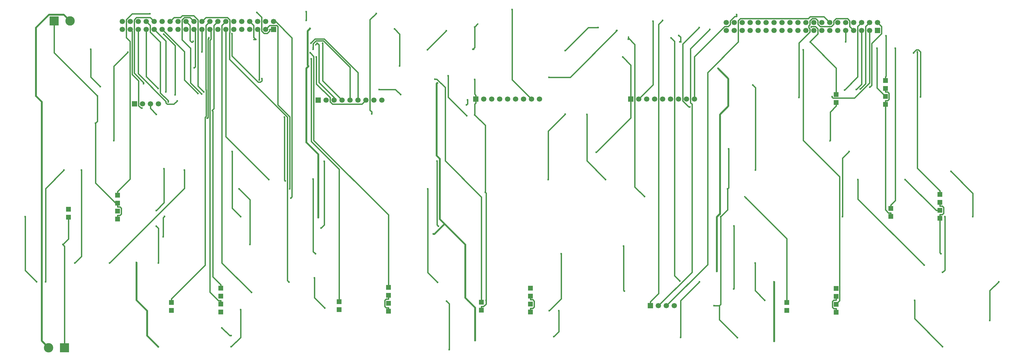
<source format=gbr>
%TF.GenerationSoftware,KiCad,Pcbnew,9.0.2*%
%TF.CreationDate,2025-07-08T20:46:09+02:00*%
%TF.ProjectId,aircond,61697263-6f6e-4642-9e6b-696361645f70,rev?*%
%TF.SameCoordinates,Original*%
%TF.FileFunction,Copper,L2,Bot*%
%TF.FilePolarity,Positive*%
%FSLAX46Y46*%
G04 Gerber Fmt 4.6, Leading zero omitted, Abs format (unit mm)*
G04 Created by KiCad (PCBNEW 9.0.2) date 2025-07-08 20:46:09*
%MOMM*%
%LPD*%
G01*
G04 APERTURE LIST*
%TA.AperFunction,ComponentPad*%
%ADD10R,3.000000X3.000000*%
%TD*%
%TA.AperFunction,ComponentPad*%
%ADD11C,3.000000*%
%TD*%
%TA.AperFunction,ComponentPad*%
%ADD12R,1.500000X1.500000*%
%TD*%
%TA.AperFunction,ComponentPad*%
%ADD13R,1.700000X1.700000*%
%TD*%
%TA.AperFunction,ComponentPad*%
%ADD14C,1.700000*%
%TD*%
%TA.AperFunction,ViaPad*%
%ADD15C,0.600000*%
%TD*%
%TA.AperFunction,Conductor*%
%ADD16C,0.400000*%
%TD*%
%TA.AperFunction,Conductor*%
%ADD17C,0.600000*%
%TD*%
G04 APERTURE END LIST*
D10*
%TO.P,J9,1,Pin_1*%
%TO.N,GND*%
X71830000Y-191500000D03*
D11*
%TO.P,J9,2,Pin_2*%
%TO.N,+12V*%
X66750000Y-191500000D03*
%TD*%
%TO.P,J8,2,Pin_2*%
%TO.N,+12V*%
X73590000Y-87000000D03*
D10*
%TO.P,J8,1,Pin_1*%
%TO.N,GND*%
X68510000Y-87000000D03*
%TD*%
D12*
%TO.P,KR3,1,+5V_TOP_LED*%
%TO.N,Net-(J1-Pin_4)*%
X351150000Y-142500000D03*
%TO.P,KR3,2,GND_TOP_LED*%
%TO.N,GND*%
X351150000Y-145040000D03*
%TO.P,KR3,3,+5V_BOTTOM_LED*%
%TO.N,Net-(J1-Pin_5)*%
X351150000Y-147580000D03*
%TO.P,KR3,4,GND_BOTTOM_LED*%
%TO.N,GND*%
X351150000Y-150120000D03*
%TO.P,KR3,5,SW_IN*%
%TO.N,Net-(J1-Pin_6)*%
X335450000Y-147000000D03*
%TO.P,KR3,6,SW_OUT*%
%TO.N,GND*%
X335450000Y-149540000D03*
%TD*%
%TO.P,KR5,1,+5V_TOP_LED*%
%TO.N,Net-(J1-Pin_7)*%
X318000000Y-172550000D03*
%TO.P,KR5,2,GND_TOP_LED*%
%TO.N,GND*%
X318000000Y-175090000D03*
%TO.P,KR5,3,+5V_BOTTOM_LED*%
%TO.N,Net-(J1-Pin_8)*%
X318000000Y-177630000D03*
%TO.P,KR5,4,GND_BOTTOM_LED*%
%TO.N,GND*%
X318000000Y-180170000D03*
%TO.P,KR5,5,SW_IN*%
%TO.N,Net-(J1-Pin_9)*%
X302300000Y-177050000D03*
%TO.P,KR5,6,SW_OUT*%
%TO.N,GND*%
X302300000Y-179590000D03*
%TD*%
D13*
%TO.P,J5,1,Pin_1*%
%TO.N,Net-(J5-Pin_1)*%
X94150000Y-113550000D03*
D14*
%TO.P,J5,2,Pin_2*%
%TO.N,Net-(J5-Pin_2)*%
X96690000Y-113550000D03*
%TO.P,J5,3,Pin_3*%
%TO.N,Net-(J5-Pin_3)*%
X99230000Y-113550000D03*
%TO.P,J5,4,Pin_4*%
%TO.N,GND*%
X101770000Y-113550000D03*
%TD*%
D12*
%TO.P,KR6,1,+5V_TOP_LED*%
%TO.N,Net-(J1-Pin_10)*%
X333750000Y-106050000D03*
%TO.P,KR6,2,GND_TOP_LED*%
%TO.N,GND*%
X333750000Y-108590000D03*
%TO.P,KR6,3,+5V_BOTTOM_LED*%
%TO.N,Net-(J1-Pin_11)*%
X333750000Y-111130000D03*
%TO.P,KR6,4,GND_BOTTOM_LED*%
%TO.N,GND*%
X333750000Y-113670000D03*
%TO.P,KR6,5,SW_IN*%
%TO.N,Net-(J1-Pin_12)*%
X318050000Y-110550000D03*
%TO.P,KR6,6,SW_OUT*%
%TO.N,GND*%
X318050000Y-113090000D03*
%TD*%
D13*
%TO.P,J3,1,Pin_1*%
%TO.N,GND*%
X203060000Y-112050000D03*
D14*
%TO.P,J3,2,Pin_2*%
%TO.N,Net-(J1-Pin_30)*%
X205600000Y-112050000D03*
%TO.P,J3,3,Pin_3*%
%TO.N,Net-(J1-Pin_31)*%
X208140000Y-112050000D03*
%TO.P,J3,4,Pin_4*%
%TO.N,Net-(J1-Pin_32)*%
X210680000Y-112050000D03*
%TO.P,J3,5,Pin_5*%
%TO.N,Net-(J1-Pin_33)*%
X213220000Y-112050000D03*
%TO.P,J3,6,Pin_6*%
%TO.N,Net-(J1-Pin_34)*%
X215760000Y-112050000D03*
%TO.P,J3,7,Pin_7*%
%TO.N,Net-(J1-Pin_35)*%
X218300000Y-112050000D03*
%TO.P,J3,8,Pin_8*%
%TO.N,Net-(J1-Pin_36)*%
X220840000Y-112050000D03*
%TO.P,J3,9,Pin_9*%
%TO.N,Net-(J1-Pin_37)*%
X223380000Y-112050000D03*
%TD*%
D12*
%TO.P,KR7,1,+5V_TOP_LED*%
%TO.N,Net-(J1-Pin_13)*%
X220500000Y-172450000D03*
%TO.P,KR7,2,GND_TOP_LED*%
%TO.N,GND*%
X220500000Y-174990000D03*
%TO.P,KR7,3,+5V_BOTTOM_LED*%
%TO.N,Net-(J1-Pin_14)*%
X220500000Y-177530000D03*
%TO.P,KR7,4,GND_BOTTOM_LED*%
%TO.N,GND*%
X220500000Y-180070000D03*
%TO.P,KR7,5,SW_IN*%
%TO.N,Net-(J1-Pin_15)*%
X204800000Y-176950000D03*
%TO.P,KR7,6,SW_OUT*%
%TO.N,GND*%
X204800000Y-179490000D03*
%TD*%
D13*
%TO.P,J6,1,Pin_1*%
%TO.N,Net-(J6-Pin_1)*%
X258790000Y-178050000D03*
D14*
%TO.P,J6,2,Pin_2*%
%TO.N,Net-(J6-Pin_2)*%
X261330000Y-178050000D03*
%TO.P,J6,3,Pin_3*%
%TO.N,Net-(J6-Pin_3)*%
X263870000Y-178050000D03*
%TO.P,J6,4,Pin_4*%
%TO.N,GND*%
X266410000Y-178050000D03*
%TD*%
D12*
%TO.P,KR4,1,+5V_TOP_LED*%
%TO.N,Net-(J1-Pin_19)*%
X175150000Y-172250000D03*
%TO.P,KR4,2,GND_TOP_LED*%
%TO.N,GND*%
X175150000Y-174790000D03*
%TO.P,KR4,3,+5V_BOTTOM_LED*%
%TO.N,Net-(J1-Pin_20)*%
X175150000Y-177330000D03*
%TO.P,KR4,4,GND_BOTTOM_LED*%
%TO.N,GND*%
X175150000Y-179870000D03*
%TO.P,KR4,5,SW_IN*%
%TO.N,Net-(J1-Pin_21)*%
X159450000Y-176750000D03*
%TO.P,KR4,6,SW_OUT*%
%TO.N,GND*%
X159450000Y-179290000D03*
%TD*%
D13*
%TO.P,J4,1,Pin_1*%
%TO.N,GND*%
X252520000Y-112050000D03*
D14*
%TO.P,J4,2,Pin_2*%
%TO.N,Net-(J4-Pin_2)*%
X255060000Y-112050000D03*
%TO.P,J4,3,Pin_3*%
%TO.N,Net-(J4-Pin_3)*%
X257600000Y-112050000D03*
%TO.P,J4,4,Pin_4*%
%TO.N,Net-(J4-Pin_4)*%
X260140000Y-112050000D03*
%TO.P,J4,5,Pin_5*%
%TO.N,Net-(J4-Pin_5)*%
X262680000Y-112050000D03*
%TO.P,J4,6,Pin_6*%
%TO.N,Net-(J4-Pin_6)*%
X265220000Y-112050000D03*
%TO.P,J4,7,Pin_7*%
%TO.N,Net-(J4-Pin_7)*%
X267760000Y-112050000D03*
%TO.P,J4,8,Pin_8*%
%TO.N,Net-(J4-Pin_8)*%
X270300000Y-112050000D03*
%TO.P,J4,9,Pin_9*%
%TO.N,Net-(J4-Pin_9)*%
X272840000Y-112050000D03*
%TD*%
D12*
%TO.P,KR1,1,+5V_TOP_LED*%
%TO.N,Net-(J1-Pin_1)*%
X88750000Y-142750000D03*
%TO.P,KR1,2,GND_TOP_LED*%
%TO.N,GND*%
X88750000Y-145290000D03*
%TO.P,KR1,3,+5V_BOTTOM_LED*%
%TO.N,Net-(J1-Pin_2)*%
X88750000Y-147830000D03*
%TO.P,KR1,4,GND_BOTTOM_LED*%
%TO.N,GND*%
X88750000Y-150370000D03*
%TO.P,KR1,5,SW_IN*%
%TO.N,Net-(J1-Pin_3)*%
X73050000Y-147250000D03*
%TO.P,KR1,6,SW_OUT*%
%TO.N,GND*%
X73050000Y-149790000D03*
%TD*%
%TO.P,KR2,1,+5V_TOP_LED*%
%TO.N,Net-(J1-Pin_16)*%
X121650000Y-172500000D03*
%TO.P,KR2,2,GND_TOP_LED*%
%TO.N,GND*%
X121650000Y-175040000D03*
%TO.P,KR2,3,+5V_BOTTOM_LED*%
%TO.N,Net-(J1-Pin_17)*%
X121650000Y-177580000D03*
%TO.P,KR2,4,GND_BOTTOM_LED*%
%TO.N,GND*%
X121650000Y-180120000D03*
%TO.P,KR2,5,SW_IN*%
%TO.N,Net-(J1-Pin_18)*%
X105950000Y-177000000D03*
%TO.P,KR2,6,SW_OUT*%
%TO.N,GND*%
X105950000Y-179540000D03*
%TD*%
D13*
%TO.P,J2,1,Pin_1*%
%TO.N,GND*%
X152750000Y-112350000D03*
D14*
%TO.P,J2,2,Pin_2*%
%TO.N,Net-(J1-Pin_22)*%
X155290000Y-112350000D03*
%TO.P,J2,3,Pin_3*%
%TO.N,Net-(J1-Pin_23)*%
X157830000Y-112350000D03*
%TO.P,J2,4,Pin_4*%
%TO.N,Net-(J1-Pin_24)*%
X160370000Y-112350000D03*
%TO.P,J2,5,Pin_5*%
%TO.N,Net-(J1-Pin_25)*%
X162910000Y-112350000D03*
%TO.P,J2,6,Pin_6*%
%TO.N,Net-(J1-Pin_26)*%
X165450000Y-112350000D03*
%TO.P,J2,7,Pin_7*%
%TO.N,Net-(J1-Pin_27)*%
X167990000Y-112350000D03*
%TO.P,J2,8,Pin_8*%
%TO.N,Net-(J1-Pin_28)*%
X170530000Y-112350000D03*
%TO.P,J2,9,Pin_9*%
%TO.N,Net-(J1-Pin_29)*%
X173070000Y-112350000D03*
%TD*%
D13*
%TO.P,J1,1,Pin_1*%
%TO.N,Net-(J1-Pin_1)*%
X138530000Y-89750000D03*
D14*
%TO.P,J1,2,Pin_2*%
%TO.N,Net-(J1-Pin_2)*%
X138530000Y-87210000D03*
%TO.P,J1,3,Pin_3*%
%TO.N,Net-(J1-Pin_3)*%
X135990000Y-89750000D03*
%TO.P,J1,4,Pin_4*%
%TO.N,Net-(J1-Pin_4)*%
X135990000Y-87210000D03*
%TO.P,J1,5,Pin_5*%
%TO.N,Net-(J1-Pin_5)*%
X133450000Y-89750000D03*
%TO.P,J1,6,Pin_6*%
%TO.N,Net-(J1-Pin_6)*%
X133450000Y-87210000D03*
%TO.P,J1,7,Pin_7*%
%TO.N,Net-(J1-Pin_7)*%
X130910000Y-89750000D03*
%TO.P,J1,8,Pin_8*%
%TO.N,Net-(J1-Pin_8)*%
X130910000Y-87210000D03*
%TO.P,J1,9,Pin_9*%
%TO.N,Net-(J1-Pin_9)*%
X128370000Y-89750000D03*
%TO.P,J1,10,Pin_10*%
%TO.N,Net-(J1-Pin_10)*%
X128370000Y-87210000D03*
%TO.P,J1,11,Pin_11*%
%TO.N,Net-(J1-Pin_11)*%
X125830000Y-89750000D03*
%TO.P,J1,12,Pin_12*%
%TO.N,Net-(J1-Pin_12)*%
X125830000Y-87210000D03*
%TO.P,J1,13,Pin_13*%
%TO.N,Net-(J1-Pin_13)*%
X123290000Y-89750000D03*
%TO.P,J1,14,Pin_14*%
%TO.N,Net-(J1-Pin_14)*%
X123290000Y-87210000D03*
%TO.P,J1,15,Pin_15*%
%TO.N,Net-(J1-Pin_15)*%
X120750000Y-89750000D03*
%TO.P,J1,16,Pin_16*%
%TO.N,Net-(J1-Pin_16)*%
X120750000Y-87210000D03*
%TO.P,J1,17,Pin_17*%
%TO.N,Net-(J1-Pin_17)*%
X118210000Y-89750000D03*
%TO.P,J1,18,Pin_18*%
%TO.N,Net-(J1-Pin_18)*%
X118210000Y-87210000D03*
%TO.P,J1,19,Pin_19*%
%TO.N,Net-(J1-Pin_19)*%
X115670000Y-89750000D03*
%TO.P,J1,20,Pin_20*%
%TO.N,Net-(J1-Pin_20)*%
X115670000Y-87210000D03*
%TO.P,J1,21,Pin_21*%
%TO.N,Net-(J1-Pin_21)*%
X113130000Y-89750000D03*
%TO.P,J1,22,Pin_22*%
%TO.N,Net-(J1-Pin_22)*%
X113130000Y-87210000D03*
%TO.P,J1,23,Pin_23*%
%TO.N,Net-(J1-Pin_23)*%
X110590000Y-89750000D03*
%TO.P,J1,24,Pin_24*%
%TO.N,Net-(J1-Pin_24)*%
X110590000Y-87210000D03*
%TO.P,J1,25,Pin_25*%
%TO.N,Net-(J1-Pin_25)*%
X108050000Y-89750000D03*
%TO.P,J1,26,Pin_26*%
%TO.N,Net-(J1-Pin_26)*%
X108050000Y-87210000D03*
%TO.P,J1,27,Pin_27*%
%TO.N,Net-(J1-Pin_27)*%
X105510000Y-89750000D03*
%TO.P,J1,28,Pin_28*%
%TO.N,Net-(J1-Pin_28)*%
X105510000Y-87210000D03*
%TO.P,J1,29,Pin_29*%
%TO.N,Net-(J1-Pin_29)*%
X102970000Y-89750000D03*
%TO.P,J1,30,Pin_30*%
%TO.N,Net-(J1-Pin_30)*%
X102970000Y-87210000D03*
%TO.P,J1,31,Pin_31*%
%TO.N,Net-(J1-Pin_31)*%
X100430000Y-89750000D03*
%TO.P,J1,32,Pin_32*%
%TO.N,Net-(J1-Pin_32)*%
X100430000Y-87210000D03*
%TO.P,J1,33,Pin_33*%
%TO.N,Net-(J1-Pin_33)*%
X97890000Y-89750000D03*
%TO.P,J1,34,Pin_34*%
%TO.N,Net-(J1-Pin_34)*%
X97890000Y-87210000D03*
%TO.P,J1,35,Pin_35*%
%TO.N,Net-(J1-Pin_35)*%
X95350000Y-89750000D03*
%TO.P,J1,36,Pin_36*%
%TO.N,Net-(J1-Pin_36)*%
X95350000Y-87210000D03*
%TO.P,J1,37,Pin_37*%
%TO.N,Net-(J1-Pin_37)*%
X92810000Y-89750000D03*
%TO.P,J1,38,Pin_38*%
%TO.N,unconnected-(J1-Pin_38-Pad38)*%
X92810000Y-87210000D03*
%TO.P,J1,39,Pin_39*%
%TO.N,unconnected-(J1-Pin_39-Pad39)*%
X90270000Y-89750000D03*
%TO.P,J1,40,Pin_40*%
%TO.N,unconnected-(J1-Pin_40-Pad40)*%
X90270000Y-87210000D03*
%TD*%
D13*
%TO.P,J7,1,Pin_1*%
%TO.N,Net-(J4-Pin_2)*%
X331240000Y-90090000D03*
D14*
%TO.P,J7,2,Pin_2*%
%TO.N,Net-(J4-Pin_3)*%
X331240000Y-87550000D03*
%TO.P,J7,3,Pin_3*%
%TO.N,Net-(J4-Pin_4)*%
X328700000Y-90090000D03*
%TO.P,J7,4,Pin_4*%
%TO.N,Net-(J4-Pin_5)*%
X328700000Y-87550000D03*
%TO.P,J7,5,Pin_5*%
%TO.N,Net-(J4-Pin_6)*%
X326160000Y-90090000D03*
%TO.P,J7,6,Pin_6*%
%TO.N,Net-(J4-Pin_7)*%
X326160000Y-87550000D03*
%TO.P,J7,7,Pin_7*%
%TO.N,Net-(J4-Pin_8)*%
X323620000Y-90090000D03*
%TO.P,J7,8,Pin_8*%
%TO.N,Net-(J4-Pin_9)*%
X323620000Y-87550000D03*
%TO.P,J7,9,Pin_9*%
%TO.N,Net-(J5-Pin_1)*%
X321080000Y-90090000D03*
%TO.P,J7,10,Pin_10*%
%TO.N,Net-(J5-Pin_2)*%
X321080000Y-87550000D03*
%TO.P,J7,11,Pin_11*%
%TO.N,Net-(J5-Pin_3)*%
X318540000Y-90090000D03*
%TO.P,J7,12,Pin_12*%
%TO.N,Net-(J6-Pin_1)*%
X318540000Y-87550000D03*
%TO.P,J7,13,Pin_13*%
%TO.N,Net-(J6-Pin_2)*%
X316000000Y-90090000D03*
%TO.P,J7,14,Pin_14*%
%TO.N,Net-(J6-Pin_3)*%
X316000000Y-87550000D03*
%TO.P,J7,15,Pin_15*%
%TO.N,unconnected-(J7-Pin_15-Pad15)*%
X313460000Y-90090000D03*
%TO.P,J7,16,Pin_16*%
%TO.N,unconnected-(J7-Pin_16-Pad16)*%
X313460000Y-87550000D03*
%TO.P,J7,17,Pin_17*%
%TO.N,unconnected-(J7-Pin_17-Pad17)*%
X310920000Y-90090000D03*
%TO.P,J7,18,Pin_18*%
%TO.N,unconnected-(J7-Pin_18-Pad18)*%
X310920000Y-87550000D03*
%TO.P,J7,19,Pin_19*%
%TO.N,unconnected-(J7-Pin_19-Pad19)*%
X308380000Y-90090000D03*
%TO.P,J7,20,Pin_20*%
%TO.N,unconnected-(J7-Pin_20-Pad20)*%
X308380000Y-87550000D03*
%TO.P,J7,21,Pin_21*%
%TO.N,unconnected-(J7-Pin_21-Pad21)*%
X305840000Y-90090000D03*
%TO.P,J7,22,Pin_22*%
%TO.N,unconnected-(J7-Pin_22-Pad22)*%
X305840000Y-87550000D03*
%TO.P,J7,23,Pin_23*%
%TO.N,unconnected-(J7-Pin_23-Pad23)*%
X303300000Y-90090000D03*
%TO.P,J7,24,Pin_24*%
%TO.N,unconnected-(J7-Pin_24-Pad24)*%
X303300000Y-87550000D03*
%TO.P,J7,25,Pin_25*%
%TO.N,unconnected-(J7-Pin_25-Pad25)*%
X300760000Y-90090000D03*
%TO.P,J7,26,Pin_26*%
%TO.N,unconnected-(J7-Pin_26-Pad26)*%
X300760000Y-87550000D03*
%TO.P,J7,27,Pin_27*%
%TO.N,unconnected-(J7-Pin_27-Pad27)*%
X298220000Y-90090000D03*
%TO.P,J7,28,Pin_28*%
%TO.N,unconnected-(J7-Pin_28-Pad28)*%
X298220000Y-87550000D03*
%TO.P,J7,29,Pin_29*%
%TO.N,unconnected-(J7-Pin_29-Pad29)*%
X295680000Y-90090000D03*
%TO.P,J7,30,Pin_30*%
%TO.N,unconnected-(J7-Pin_30-Pad30)*%
X295680000Y-87550000D03*
%TO.P,J7,31,Pin_31*%
%TO.N,unconnected-(J7-Pin_31-Pad31)*%
X293140000Y-90090000D03*
%TO.P,J7,32,Pin_32*%
%TO.N,unconnected-(J7-Pin_32-Pad32)*%
X293140000Y-87550000D03*
%TO.P,J7,33,Pin_33*%
%TO.N,unconnected-(J7-Pin_33-Pad33)*%
X290600000Y-90090000D03*
%TO.P,J7,34,Pin_34*%
%TO.N,unconnected-(J7-Pin_34-Pad34)*%
X290600000Y-87550000D03*
%TO.P,J7,35,Pin_35*%
%TO.N,unconnected-(J7-Pin_35-Pad35)*%
X288060000Y-90090000D03*
%TO.P,J7,36,Pin_36*%
%TO.N,unconnected-(J7-Pin_36-Pad36)*%
X288060000Y-87550000D03*
%TO.P,J7,37,Pin_37*%
%TO.N,unconnected-(J7-Pin_37-Pad37)*%
X285520000Y-90090000D03*
%TO.P,J7,38,Pin_38*%
%TO.N,unconnected-(J7-Pin_38-Pad38)*%
X285520000Y-87550000D03*
%TO.P,J7,39,Pin_39*%
%TO.N,unconnected-(J7-Pin_39-Pad39)*%
X282980000Y-90090000D03*
%TO.P,J7,40,Pin_40*%
%TO.N,unconnected-(J7-Pin_40-Pad40)*%
X282980000Y-87550000D03*
%TD*%
D15*
%TO.N,Net-(D120-K)*%
X194220600Y-104550400D03*
X200125700Y-117345400D03*
%TO.N,Net-(D119-K)*%
X187598000Y-96265300D03*
X193617100Y-90141500D03*
%TO.N,Net-(D117-K)*%
X202069700Y-96118100D03*
X202673300Y-88995200D03*
%TO.N,Net-(D115-K)*%
X242082300Y-89172500D03*
X231585700Y-96519800D03*
%TO.N,Net-(D114-K)*%
X248113400Y-90087700D03*
X226386100Y-105031400D03*
%TO.N,Net-(D112-K)*%
X231560500Y-116874600D03*
X226186100Y-137713500D03*
%TO.N,Net-(D111-K)*%
X244485700Y-137713500D03*
X238512500Y-116915800D03*
%TO.N,Net-(D100-A)*%
X344946500Y-111318700D03*
X342744100Y-97247100D03*
%TO.N,Net-(D93-K)*%
X322137300Y-128800200D03*
X320027600Y-149597900D03*
%TO.N,Net-(D92-K)*%
X346122000Y-165137000D03*
X324965000Y-137713500D03*
%TO.N,Net-(D89-K)*%
X352003300Y-167424500D03*
X352698300Y-149597900D03*
%TO.N,Net-(D88-K)*%
X354648600Y-135164400D03*
X361658800Y-149597900D03*
%TO.N,Net-(D85-K)*%
X367058600Y-182777600D03*
X369922900Y-170395600D03*
%TO.N,Net-(D84-K)*%
X352003300Y-191193300D03*
X343043500Y-176337800D03*
%TO.N,Net-(D79-K)*%
X295257900Y-176337800D03*
X292163700Y-164453400D03*
%TO.N,Net-(D74-K)*%
X285407100Y-152569000D03*
X285351900Y-172703600D03*
%TO.N,Net-(D71-K)*%
X274406000Y-170449900D03*
X268378500Y-188222200D03*
%TO.N,Net-(D68-K)*%
X250458900Y-173366700D03*
X250237500Y-158973400D03*
%TO.N,Net-(D63-K)*%
X226485800Y-179622500D03*
X230278600Y-161482300D03*
%TO.N,Net-(D62-K)*%
X227959000Y-187942700D03*
X229552700Y-179622800D03*
%TO.N,Net-(D59-K)*%
X194598400Y-192078200D03*
X193713500Y-176590100D03*
%TO.N,Net-(D53-K)*%
X125021700Y-187639000D03*
X122035100Y-185125000D03*
%TO.N,Net-(D51-K)*%
X151570900Y-169122500D03*
X154887700Y-178845700D03*
%TO.N,Net-(D48-K)*%
X190708200Y-131854000D03*
X191120000Y-152617200D03*
%TO.N,Net-(D39-K)*%
X178780500Y-101461800D03*
X177097800Y-89568000D03*
%TO.N,Net-(D34-K)*%
X141992800Y-117804500D03*
X142227000Y-138161100D03*
%TO.N,Net-(D32-K)*%
X153702800Y-153252900D03*
X154715300Y-131943800D03*
%TO.N,Net-(D30-K)*%
X151901100Y-161482300D03*
X151173400Y-137622400D03*
%TO.N,Net-(D28-K)*%
X130994900Y-158511200D03*
X127512200Y-140684600D03*
%TO.N,Net-(D26-K)*%
X125313100Y-128800200D03*
X128008300Y-149597900D03*
%TO.N,Net-(D24-K)*%
X128008300Y-179308900D03*
X125021700Y-191193300D03*
%TO.N,Net-(D17-K)*%
X101134700Y-152658100D03*
X101766700Y-164453400D03*
%TO.N,Net-(D15-K)*%
X103285600Y-156049400D03*
X103715500Y-149505900D03*
%TO.N,Net-(D14-K)*%
X103560800Y-134283600D03*
X101082900Y-147631100D03*
%TO.N,Net-(D13-K)*%
X86195900Y-164453400D03*
X110088700Y-134742400D03*
%TO.N,Net-(D11-K)*%
X77236100Y-134742400D03*
X75077000Y-164453400D03*
%TO.N,Net-(D8-K)*%
X65793400Y-170395600D03*
X71653700Y-134742400D03*
%TO.N,Net-(D7-K)*%
X62903800Y-170395600D03*
X59316500Y-149597900D03*
%TO.N,Net-(D5-K)*%
X87582800Y-125292900D03*
X92038100Y-97033400D03*
%TO.N,Net-(D3-K)*%
X83209300Y-108002500D03*
X80222700Y-96118100D03*
%TO.N,+12V*%
X298244500Y-189406200D03*
X298244500Y-170395600D03*
X62623800Y-110973600D03*
X64503800Y-150492300D03*
X149645700Y-101440200D03*
X148914500Y-125829100D03*
X64503800Y-130880400D03*
X152747800Y-149828000D03*
X98142300Y-179672800D03*
X101716700Y-191193300D03*
X200470600Y-176337800D03*
X199686700Y-158511200D03*
X191548200Y-131040100D03*
X190520100Y-116709000D03*
X202818600Y-189184600D03*
X94759900Y-164248600D03*
X283588400Y-114221600D03*
X190726900Y-106849200D03*
X280906700Y-148795800D03*
X279901600Y-167043900D03*
X150167900Y-89437600D03*
X189474900Y-155094100D03*
X280337900Y-102232200D03*
%TO.N,Net-(J6-Pin_1)*%
X262676600Y-86889200D03*
%TO.N,Net-(J6-Pin_2)*%
X277718300Y-89746600D03*
%TO.N,Net-(J5-Pin_2)*%
X169820700Y-116734200D03*
X171284400Y-84628900D03*
%TO.N,Net-(J5-Pin_3)*%
X101128900Y-116915800D03*
X274351700Y-89130400D03*
X271271400Y-114592700D03*
%TO.N,Net-(J5-Pin_1)*%
X117380900Y-118131800D03*
X117839500Y-92597000D03*
X321080000Y-93712200D03*
%TO.N,Net-(J4-Pin_8)*%
X306155400Y-111463500D03*
%TO.N,Net-(J4-Pin_4)*%
X316754900Y-111275000D03*
%TO.N,Net-(J4-Pin_2)*%
X259639300Y-87125200D03*
%TO.N,Net-(J4-Pin_3)*%
X328745000Y-108236300D03*
%TO.N,Net-(J4-Pin_9)*%
X286298100Y-84980900D03*
%TO.N,Net-(J4-Pin_6)*%
X324462500Y-108943200D03*
%TO.N,Net-(J4-Pin_7)*%
X320735700Y-109093200D03*
%TO.N,Net-(J4-Pin_5)*%
X325726500Y-108811600D03*
%TO.N,GND*%
X82307500Y-110973600D03*
X71262900Y-158511200D03*
X81711400Y-119742300D03*
X206351600Y-176337800D03*
X281171600Y-149597900D03*
X283745100Y-127951700D03*
X351504200Y-161482300D03*
X283400000Y-140684600D03*
X249919700Y-98550000D03*
X202678500Y-105745700D03*
X202724700Y-117056700D03*
X279066000Y-178050000D03*
X286525600Y-188297900D03*
X316165700Y-125196800D03*
X206076600Y-141814300D03*
X241499100Y-129052600D03*
%TO.N,Net-(J1-Pin_31)*%
X104115500Y-109685100D03*
%TO.N,Net-(J1-Pin_13)*%
X190839200Y-170578400D03*
X187740300Y-140684600D03*
X136968100Y-137713500D03*
%TO.N,Net-(J1-Pin_4)*%
X343951000Y-96975000D03*
X148914500Y-84054500D03*
X148914500Y-86840700D03*
%TO.N,Net-(J1-Pin_7)*%
X268151200Y-170168400D03*
X265391900Y-92446700D03*
%TO.N,Net-(J1-Pin_26)*%
X150442600Y-94110300D03*
%TO.N,Net-(J1-Pin_27)*%
X152180200Y-98517300D03*
%TO.N,Net-(J1-Pin_11)*%
X267806500Y-91656500D03*
X268125500Y-93732700D03*
X331097100Y-95791300D03*
%TO.N,Net-(J1-Pin_6)*%
X336863200Y-95791300D03*
%TO.N,Net-(J1-Pin_23)*%
X152447900Y-94110300D03*
%TO.N,Net-(J1-Pin_10)*%
X333967500Y-91762600D03*
%TO.N,Net-(J1-Pin_5)*%
X340056900Y-137713500D03*
X292271300Y-134742400D03*
X291465900Y-107550700D03*
X133981500Y-105912800D03*
%TO.N,Net-(J1-Pin_37)*%
X96532400Y-114916300D03*
%TO.N,Net-(J1-Pin_14)*%
X131461300Y-173825400D03*
%TO.N,Net-(J1-Pin_3)*%
X143684100Y-140684600D03*
%TO.N,Net-(J1-Pin_12)*%
X310020700Y-88968000D03*
%TO.N,Net-(J1-Pin_2)*%
X144034900Y-143655700D03*
%TO.N,Net-(J1-Pin_25)*%
X151141900Y-96115500D03*
%TO.N,Net-(J1-Pin_29)*%
X114384700Y-110238200D03*
%TO.N,Net-(J1-Pin_9)*%
X289284700Y-143655700D03*
X251707600Y-92906900D03*
X256889500Y-143206100D03*
%TO.N,Net-(J1-Pin_20)*%
X143435100Y-170498300D03*
%TO.N,Net-(J1-Pin_35)*%
X107764600Y-112601400D03*
X200390200Y-112236500D03*
X200083200Y-113848600D03*
%TO.N,Net-(J1-Pin_28)*%
X116277100Y-109734200D03*
%TO.N,Net-(J1-Pin_34)*%
X104880700Y-112943600D03*
%TO.N,Net-(J1-Pin_8)*%
X307526500Y-96251800D03*
X132869100Y-92953800D03*
%TO.N,Net-(J1-Pin_33)*%
X101677300Y-108600800D03*
%TO.N,Net-(J1-Pin_36)*%
X214619700Y-83393600D03*
%TO.N,Net-(J1-Pin_15)*%
X190020800Y-105624000D03*
X125195000Y-91130700D03*
X134769600Y-105506400D03*
%TO.N,Net-(J1-Pin_24)*%
X112874600Y-93523300D03*
X154169900Y-94131400D03*
%TO.N,Net-(J1-Pin_30)*%
X172261600Y-108932500D03*
X107102100Y-110687600D03*
X103478000Y-91263200D03*
X179097400Y-110608800D03*
%TO.N,Net-(J1-Pin_19)*%
X115670100Y-96914100D03*
X150178400Y-97233100D03*
%TO.N,Net-(J1-Pin_1)*%
X99065800Y-84777400D03*
X133223700Y-84313300D03*
%TO.N,Net-(J1-Pin_21)*%
X113216800Y-102060300D03*
X150568100Y-99131700D03*
%TO.N,Net-(J1-Pin_22)*%
X115600600Y-110389800D03*
%TO.N,Net-(J1-Pin_32)*%
X97076200Y-107126600D03*
%TD*%
D16*
%TO.N,Net-(D120-K)*%
X194220600Y-111440300D02*
X200125700Y-117345400D01*
X194220600Y-104550400D02*
X194220600Y-111440300D01*
%TO.N,Net-(D119-K)*%
X187598000Y-96160600D02*
X187598000Y-96265300D01*
X193617100Y-90141500D02*
X187598000Y-96160600D01*
%TO.N,Net-(D117-K)*%
X202673300Y-95514500D02*
X202673300Y-88995200D01*
X202069700Y-96118100D02*
X202673300Y-95514500D01*
X202673300Y-88995200D02*
X203673500Y-87995000D01*
X203673500Y-87995000D02*
X202673300Y-88995200D01*
X202069700Y-96118100D02*
X202389800Y-96118100D01*
X202389800Y-96118100D02*
X202069700Y-96118100D01*
%TO.N,Net-(D115-K)*%
X238933000Y-89172500D02*
X231585700Y-96519800D01*
X242082300Y-89172500D02*
X238933000Y-89172500D01*
%TO.N,Net-(D114-K)*%
X233169700Y-105031400D02*
X248113400Y-90087700D01*
X226386100Y-105031400D02*
X233169700Y-105031400D01*
X248113400Y-90087700D02*
X247822000Y-90087700D01*
X247822000Y-90087700D02*
X248113400Y-90087700D01*
X226386100Y-105031400D02*
X227193400Y-105031400D01*
X227193400Y-105031400D02*
X226386100Y-105031400D01*
%TO.N,Net-(D112-K)*%
X226186100Y-122249000D02*
X226186100Y-137713500D01*
X231560500Y-116874600D02*
X226186100Y-122249000D01*
%TO.N,Net-(D111-K)*%
X238512500Y-131740300D02*
X238512500Y-116915800D01*
X244485700Y-137713500D02*
X238512500Y-131740300D01*
%TO.N,Net-(D100-A)*%
X342744100Y-97130700D02*
X342744100Y-97247100D01*
X343601600Y-96273200D02*
X342744100Y-97130700D01*
X344277500Y-96273200D02*
X343601600Y-96273200D01*
X344946500Y-96942200D02*
X344277500Y-96273200D01*
X344946500Y-111318700D02*
X344946500Y-96942200D01*
%TO.N,Net-(D93-K)*%
X320027600Y-130909900D02*
X320027600Y-149597900D01*
X322137300Y-128800200D02*
X320027600Y-130909900D01*
%TO.N,Net-(D92-K)*%
X324965000Y-143980000D02*
X324965000Y-137713500D01*
X346122000Y-165137000D02*
X324965000Y-143980000D01*
%TO.N,Net-(D89-K)*%
X352698300Y-166729500D02*
X352698300Y-149597900D01*
X352003300Y-167424500D02*
X352698300Y-166729500D01*
%TO.N,Net-(D88-K)*%
X361658800Y-142174600D02*
X361658800Y-149597900D01*
X354648600Y-135164400D02*
X361658800Y-142174600D01*
%TO.N,Net-(D85-K)*%
X367058600Y-173259900D02*
X369922900Y-170395600D01*
X367058600Y-182777600D02*
X367058600Y-173259900D01*
%TO.N,Net-(D84-K)*%
X343043500Y-182233500D02*
X343043500Y-176337800D01*
X352003300Y-191193300D02*
X343043500Y-182233500D01*
%TO.N,Net-(D79-K)*%
X292163700Y-173243600D02*
X292163700Y-164453400D01*
X295257900Y-176337800D02*
X292163700Y-173243600D01*
%TO.N,Net-(D74-K)*%
X285407100Y-172648400D02*
X285351900Y-172703600D01*
X285407100Y-152569000D02*
X285407100Y-172648400D01*
%TO.N,Net-(D71-K)*%
X268378500Y-176477400D02*
X268378500Y-188222200D01*
X274406000Y-170449900D02*
X268378500Y-176477400D01*
%TO.N,Net-(D68-K)*%
X250237500Y-173145300D02*
X250237500Y-158973400D01*
X250458900Y-173366700D02*
X250237500Y-173145300D01*
%TO.N,Net-(D63-K)*%
X230278600Y-175829700D02*
X230278600Y-161482300D01*
X226485800Y-179622500D02*
X230278600Y-175829700D01*
%TO.N,Net-(D62-K)*%
X229552700Y-186349000D02*
X227959000Y-187942700D01*
X229552700Y-179622800D02*
X229552700Y-186349000D01*
%TO.N,Net-(D59-K)*%
X194598400Y-177475000D02*
X194598400Y-192078200D01*
X193713500Y-176590100D02*
X194598400Y-177475000D01*
%TO.N,Net-(D53-K)*%
X124549100Y-187639000D02*
X122035100Y-185125000D01*
X125021700Y-187639000D02*
X124549100Y-187639000D01*
%TO.N,Net-(D51-K)*%
X151570900Y-175528900D02*
X154887700Y-178845700D01*
X151570900Y-169122500D02*
X151570900Y-175528900D01*
%TO.N,Net-(D48-K)*%
X190708200Y-152205400D02*
X190708200Y-131854000D01*
X191120000Y-152617200D02*
X190708200Y-152205400D01*
%TO.N,Net-(D39-K)*%
X178780500Y-91250700D02*
X177097800Y-89568000D01*
X178780500Y-101461800D02*
X178780500Y-91250700D01*
%TO.N,Net-(D34-K)*%
X141992800Y-137926900D02*
X142227000Y-138161100D01*
X141992800Y-117804500D02*
X141992800Y-137926900D01*
%TO.N,Net-(D32-K)*%
X154715300Y-152240400D02*
X154715300Y-131943800D01*
X153702800Y-153252900D02*
X154715300Y-152240400D01*
%TO.N,Net-(D30-K)*%
X151173400Y-160754600D02*
X151173400Y-137622400D01*
X151901100Y-161482300D02*
X151173400Y-160754600D01*
%TO.N,Net-(D28-K)*%
X130994900Y-144167300D02*
X127512200Y-140684600D01*
X130994900Y-158511200D02*
X130994900Y-144167300D01*
%TO.N,Net-(D26-K)*%
X125313100Y-146902700D02*
X125313100Y-128800200D01*
X128008300Y-149597900D02*
X125313100Y-146902700D01*
%TO.N,Net-(D24-K)*%
X128008300Y-188206700D02*
X125021700Y-191193300D01*
X128008300Y-179308900D02*
X128008300Y-188206700D01*
%TO.N,Net-(D17-K)*%
X101766700Y-153290100D02*
X101766700Y-164453400D01*
X101134700Y-152658100D02*
X101766700Y-153290100D01*
%TO.N,Net-(D15-K)*%
X103285600Y-149935800D02*
X103715500Y-149505900D01*
X103285600Y-156049400D02*
X103285600Y-149935800D01*
%TO.N,Net-(D14-K)*%
X103560800Y-145153200D02*
X101082900Y-147631100D01*
X103560800Y-134283600D02*
X103560800Y-145153200D01*
%TO.N,Net-(D13-K)*%
X110088700Y-140560600D02*
X110088700Y-134742400D01*
X86195900Y-164453400D02*
X110088700Y-140560600D01*
%TO.N,Net-(D11-K)*%
X77236100Y-162294300D02*
X75077000Y-164453400D01*
X77236100Y-134742400D02*
X77236100Y-162294300D01*
%TO.N,Net-(D8-K)*%
X65793400Y-140602700D02*
X71653700Y-134742400D01*
X65793400Y-170395600D02*
X65793400Y-140602700D01*
%TO.N,Net-(D7-K)*%
X59316500Y-166808300D02*
X59316500Y-149597900D01*
X62903800Y-170395600D02*
X59316500Y-166808300D01*
%TO.N,Net-(D5-K)*%
X87582800Y-101488700D02*
X92038100Y-97033400D01*
X87582800Y-125292900D02*
X87582800Y-101488700D01*
%TO.N,Net-(D3-K)*%
X80222700Y-105015900D02*
X80222700Y-96118100D01*
X83209300Y-108002500D02*
X80222700Y-105015900D01*
D17*
%TO.N,+12V*%
X298244500Y-189406200D02*
X298244500Y-170395600D01*
X62623800Y-89169500D02*
X62623800Y-110973600D01*
X66795000Y-84998300D02*
X62623800Y-89169500D01*
X71588300Y-84998300D02*
X66795000Y-84998300D01*
X73590000Y-87000000D02*
X71588300Y-84998300D01*
X64503800Y-189253800D02*
X66750000Y-191500000D01*
X64503800Y-150492300D02*
X64503800Y-189253800D01*
X64503800Y-150492300D02*
X64503800Y-130880400D01*
X64503800Y-112853600D02*
X62623800Y-110973600D01*
X64503800Y-130880400D02*
X64503800Y-112853600D01*
X98142300Y-187618900D02*
X101716700Y-191193300D01*
X98142300Y-179672800D02*
X98142300Y-187618900D01*
X190520100Y-130012000D02*
X190520100Y-116709000D01*
X191548200Y-131040100D02*
X190520100Y-130012000D01*
X202818600Y-178685800D02*
X200470600Y-176337800D01*
X202818600Y-189184600D02*
X202818600Y-178685800D01*
X94759900Y-176290400D02*
X98142300Y-179672800D01*
X94759900Y-164248600D02*
X94759900Y-176290400D01*
X199686700Y-175553900D02*
X200470600Y-176337800D01*
X199686700Y-158511200D02*
X199686700Y-175553900D01*
X280906700Y-116903300D02*
X280906700Y-148795800D01*
X283588400Y-114221600D02*
X280906700Y-116903300D01*
X152747800Y-129662400D02*
X152747800Y-149828000D01*
X148914500Y-125829100D02*
X152747800Y-129662400D01*
X280781200Y-148795800D02*
X280906700Y-148795800D01*
X279901600Y-149675400D02*
X280781200Y-148795800D01*
X279901600Y-167043900D02*
X279901600Y-149675400D01*
X189807500Y-155094100D02*
X193038600Y-151863000D01*
X189474900Y-155094100D02*
X189807500Y-155094100D01*
X199686700Y-158511200D02*
X193038600Y-151863000D01*
X191548200Y-150372700D02*
X191548200Y-131040100D01*
X193038600Y-151863000D02*
X191548200Y-150372700D01*
X149376600Y-90228900D02*
X150167900Y-89437600D01*
X149376600Y-101171100D02*
X149376600Y-90228900D01*
X149645700Y-101440200D02*
X149376600Y-101171100D01*
X148914500Y-102171400D02*
X149645700Y-101440200D01*
X148914500Y-125829100D02*
X148914500Y-102171400D01*
X190520100Y-107056000D02*
X190520100Y-116709000D01*
X190726900Y-106849200D02*
X190520100Y-107056000D01*
X283588400Y-105482700D02*
X283588400Y-114221600D01*
X280337900Y-102232200D02*
X283588400Y-105482700D01*
D16*
%TO.N,Net-(J6-Pin_1)*%
X258790000Y-178050000D02*
X258790000Y-176798300D01*
X262675000Y-86890800D02*
X262676600Y-86889200D01*
X261409900Y-174178400D02*
X258790000Y-176798300D01*
X261409900Y-88155900D02*
X261409900Y-174178400D01*
X262675000Y-86890800D02*
X261409900Y-88155900D01*
%TO.N,Net-(J6-Pin_2)*%
X271571400Y-95893500D02*
X277718300Y-89746600D01*
X271571400Y-113196200D02*
X271571400Y-95893500D01*
X272029000Y-113653800D02*
X271571400Y-113196200D01*
X272029000Y-167351000D02*
X272029000Y-113653800D01*
X261330000Y-178050000D02*
X272029000Y-167351000D01*
%TO.N,Net-(J6-Pin_3)*%
X309720700Y-85695700D02*
X309368100Y-86048300D01*
X314145700Y-85695700D02*
X309720700Y-85695700D01*
X316000000Y-87550000D02*
X314145700Y-85695700D01*
X277017000Y-164903000D02*
X263870000Y-178050000D01*
X277017000Y-103539900D02*
X277017000Y-164903000D01*
X286790000Y-93766900D02*
X277017000Y-103539900D01*
X286790000Y-86992900D02*
X286790000Y-93766900D01*
X287485500Y-86297400D02*
X286790000Y-86992900D01*
X309119000Y-86297400D02*
X287485500Y-86297400D01*
X309368100Y-86048300D02*
X309119000Y-86297400D01*
X309368100Y-86048300D02*
X309119000Y-86297400D01*
%TO.N,Net-(J5-Pin_2)*%
X169820700Y-116096200D02*
X169820700Y-116734200D01*
X169260000Y-86653300D02*
X171284400Y-84628900D01*
X169260000Y-115535500D02*
X169260000Y-86653300D01*
X169820700Y-116096200D02*
X169260000Y-115535500D01*
%TO.N,Net-(J5-Pin_3)*%
X99230000Y-115016900D02*
X101128900Y-116915800D01*
X99230000Y-113550000D02*
X99230000Y-115016900D01*
X271365100Y-114499000D02*
X271271400Y-114592700D01*
X270978900Y-114499000D02*
X271365100Y-114499000D01*
X269048300Y-112568400D02*
X270978900Y-114499000D01*
X269048300Y-94433800D02*
X269048300Y-112568400D01*
X274351700Y-89130400D02*
X269048300Y-94433800D01*
%TO.N,Net-(J5-Pin_1)*%
X117608300Y-92828200D02*
X117839500Y-92597000D01*
X117608300Y-117904400D02*
X117608300Y-92828200D01*
X117380900Y-118131800D02*
X117608300Y-117904400D01*
X321080000Y-90090000D02*
X321080000Y-93712200D01*
X117839500Y-92597000D02*
X117839500Y-92252100D01*
X117839500Y-92252100D02*
X117839500Y-92597000D01*
%TO.N,Net-(J4-Pin_8)*%
X306155400Y-94084800D02*
X306155400Y-111463500D01*
X309631700Y-90608500D02*
X306155400Y-94084800D01*
X309631700Y-89571500D02*
X309631700Y-90608500D01*
X309299300Y-89239100D02*
X309631700Y-89571500D01*
X309299300Y-88574700D02*
X309299300Y-89239100D01*
X309631700Y-88242300D02*
X309299300Y-88574700D01*
X309631700Y-87053900D02*
X309631700Y-88242300D01*
X310388200Y-86297400D02*
X309631700Y-87053900D01*
X311528400Y-86297400D02*
X310388200Y-86297400D01*
X312190100Y-86959100D02*
X311528400Y-86297400D01*
X312190100Y-88062200D02*
X312190100Y-86959100D01*
X312929600Y-88801700D02*
X312190100Y-88062200D01*
X316521100Y-88801700D02*
X312929600Y-88801700D01*
X317251700Y-88071100D02*
X316521100Y-88801700D01*
X317251700Y-87056200D02*
X317251700Y-88071100D01*
X318009600Y-86298300D02*
X317251700Y-87056200D01*
X321639700Y-86298300D02*
X318009600Y-86298300D01*
X322350000Y-87008600D02*
X321639700Y-86298300D01*
X322350000Y-88820000D02*
X322350000Y-87008600D01*
X323620000Y-90090000D02*
X322350000Y-88820000D01*
%TO.N,Net-(J4-Pin_4)*%
X316754900Y-111415200D02*
X316754900Y-111275000D01*
X317041400Y-111701700D02*
X316754900Y-111415200D01*
X323857200Y-111701700D02*
X317041400Y-111701700D01*
X328700000Y-106858900D02*
X323857200Y-111701700D01*
X328700000Y-90090000D02*
X328700000Y-106858900D01*
%TO.N,Net-(J4-Pin_2)*%
X259639300Y-107470700D02*
X255060000Y-112050000D01*
X259639300Y-87125200D02*
X259639300Y-107470700D01*
%TO.N,Net-(J4-Pin_3)*%
X329350200Y-107631100D02*
X328745000Y-108236300D01*
X329350200Y-94252200D02*
X329350200Y-107631100D01*
X332491700Y-91110700D02*
X329350200Y-94252200D01*
X332491700Y-88801700D02*
X332491700Y-91110700D01*
X331240000Y-87550000D02*
X332491700Y-88801700D01*
%TO.N,Net-(J4-Pin_9)*%
X286298100Y-85579800D02*
X286298100Y-84980900D01*
X285696300Y-85579800D02*
X286298100Y-85579800D01*
X284250000Y-87026100D02*
X285696300Y-85579800D01*
X284250000Y-88104000D02*
X284250000Y-87026100D01*
X283552300Y-88801700D02*
X284250000Y-88104000D01*
X282488400Y-88801700D02*
X283552300Y-88801700D01*
X272840000Y-98450100D02*
X282488400Y-88801700D01*
X272840000Y-112050000D02*
X272840000Y-98450100D01*
%TO.N,Net-(J4-Pin_6)*%
X326160000Y-107245700D02*
X326160000Y-90090000D01*
X324462500Y-108943200D02*
X326160000Y-107245700D01*
%TO.N,Net-(J4-Pin_7)*%
X324890000Y-104938900D02*
X320735700Y-109093200D01*
X324890000Y-88820000D02*
X324890000Y-104938900D01*
X326160000Y-87550000D02*
X324890000Y-88820000D01*
%TO.N,Net-(J4-Pin_5)*%
X327430000Y-107108100D02*
X325726500Y-108811600D01*
X327430000Y-88820000D02*
X327430000Y-107108100D01*
X328700000Y-87550000D02*
X327430000Y-88820000D01*
%TO.N,GND*%
X174430100Y-175941700D02*
X175150000Y-175941700D01*
X173998300Y-176373500D02*
X174430100Y-175941700D01*
X173998300Y-178286500D02*
X173998300Y-176373500D01*
X174430100Y-178718300D02*
X173998300Y-178286500D01*
X175150000Y-178718300D02*
X174430100Y-178718300D01*
X175150000Y-179870000D02*
X175150000Y-178718300D01*
X175150000Y-174790000D02*
X175150000Y-175941700D01*
X89469900Y-149218300D02*
X88750000Y-149218300D01*
X89901700Y-148786500D02*
X89469900Y-149218300D01*
X89901700Y-146873500D02*
X89901700Y-148786500D01*
X89469900Y-146441700D02*
X89901700Y-146873500D01*
X88750000Y-146441700D02*
X89469900Y-146441700D01*
X88750000Y-150370000D02*
X88750000Y-149218300D01*
X334469900Y-112518300D02*
X333750000Y-112518300D01*
X334901700Y-112086500D02*
X334469900Y-112518300D01*
X334901700Y-110173500D02*
X334901700Y-112086500D01*
X334469900Y-109741700D02*
X334901700Y-110173500D01*
X333750000Y-109741700D02*
X334469900Y-109741700D01*
X333750000Y-108590000D02*
X333750000Y-109741700D01*
X68510000Y-97176100D02*
X82307500Y-110973600D01*
X68510000Y-87000000D02*
X68510000Y-97176100D01*
X73050000Y-156724100D02*
X73050000Y-149790000D01*
X71262900Y-158511200D02*
X73050000Y-156724100D01*
X317280100Y-176241700D02*
X318000000Y-176241700D01*
X316848300Y-176673500D02*
X317280100Y-176241700D01*
X316848300Y-178586500D02*
X316848300Y-176673500D01*
X317280100Y-179018300D02*
X316848300Y-178586500D01*
X318000000Y-179018300D02*
X317280100Y-179018300D01*
X318000000Y-180170000D02*
X318000000Y-179018300D01*
X318000000Y-175090000D02*
X318000000Y-176241700D01*
X71830000Y-159078300D02*
X71262900Y-158511200D01*
X71830000Y-191500000D02*
X71830000Y-159078300D01*
X221219900Y-178918300D02*
X220500000Y-178918300D01*
X221651700Y-178486500D02*
X221219900Y-178918300D01*
X221651700Y-176573500D02*
X221651700Y-178486500D01*
X221219900Y-176141700D02*
X221651700Y-176573500D01*
X220500000Y-176141700D02*
X221219900Y-176141700D01*
X220500000Y-180070000D02*
X220500000Y-178918300D01*
X82307500Y-119146200D02*
X82307500Y-110973600D01*
X81711400Y-119742300D02*
X82307500Y-119146200D01*
X206351600Y-177506500D02*
X206351600Y-176337800D01*
X205519800Y-178338300D02*
X206351600Y-177506500D01*
X204800000Y-178338300D02*
X205519800Y-178338300D01*
X204800000Y-179490000D02*
X204800000Y-178338300D01*
X88750000Y-145290000D02*
X88750000Y-145865800D01*
X88750000Y-145865800D02*
X88750000Y-146441700D01*
X81711400Y-138827200D02*
X81711400Y-119742300D01*
X88750000Y-145865800D02*
X81711400Y-138827200D01*
X351869900Y-146191700D02*
X351150000Y-146191700D01*
X352301700Y-146623500D02*
X351869900Y-146191700D01*
X352301700Y-148536500D02*
X352301700Y-146623500D01*
X351869900Y-148968300D02*
X352301700Y-148536500D01*
X351150000Y-148968300D02*
X351869900Y-148968300D01*
X351150000Y-150120000D02*
X351150000Y-148968300D01*
X351150000Y-145040000D02*
X351150000Y-146191700D01*
X351150000Y-161128100D02*
X351150000Y-150120000D01*
X351504200Y-161482300D02*
X351150000Y-161128100D01*
X283745100Y-140339500D02*
X283745100Y-127951700D01*
X283400000Y-140684600D02*
X283745100Y-140339500D01*
X283400000Y-147369500D02*
X283400000Y-140684600D01*
X281171600Y-149597900D02*
X283400000Y-147369500D01*
X202678500Y-110416800D02*
X203060000Y-110798300D01*
X202678500Y-105745700D02*
X202678500Y-110416800D01*
X203060000Y-112050000D02*
X203060000Y-110798300D01*
X203060000Y-112050000D02*
X203060000Y-113301700D01*
X333750000Y-113094100D02*
X333750000Y-112518300D01*
X333750000Y-113094100D02*
X333750000Y-113670000D01*
X334730200Y-148388300D02*
X335450000Y-148388300D01*
X333750000Y-147408100D02*
X334730200Y-148388300D01*
X333750000Y-113670000D02*
X333750000Y-147408100D01*
X335450000Y-149540000D02*
X335450000Y-148388300D01*
X281171600Y-177653300D02*
X281171600Y-149597900D01*
X280774900Y-178050000D02*
X281171600Y-177653300D01*
X279066000Y-178050000D02*
X280774900Y-178050000D01*
X280774900Y-182547200D02*
X286525600Y-188297900D01*
X280774900Y-178050000D02*
X280774900Y-182547200D01*
X220500000Y-174990000D02*
X220500000Y-176141700D01*
X316165700Y-116126000D02*
X318050000Y-114241700D01*
X316165700Y-125196800D02*
X316165700Y-116126000D01*
X318050000Y-113090000D02*
X318050000Y-114241700D01*
X202724700Y-113637000D02*
X202724700Y-117056700D01*
X203060000Y-113301700D02*
X202724700Y-113637000D01*
X206351600Y-142089300D02*
X206076600Y-141814300D01*
X206351600Y-176337800D02*
X206351600Y-142089300D01*
X206076600Y-120408600D02*
X202724700Y-117056700D01*
X206076600Y-141814300D02*
X206076600Y-120408600D01*
X252520000Y-118031700D02*
X241499100Y-129052600D01*
X252520000Y-112050000D02*
X252520000Y-118031700D01*
X252520000Y-101150300D02*
X252520000Y-112050000D01*
X249919700Y-98550000D02*
X252520000Y-101150300D01*
X316165700Y-125196800D02*
X315964800Y-125397700D01*
X315964800Y-125397700D02*
X316165700Y-125196800D01*
%TO.N,Net-(J1-Pin_31)*%
X104115500Y-93435500D02*
X104115500Y-109685100D01*
X100430000Y-89750000D02*
X104115500Y-93435500D01*
%TO.N,Net-(J1-Pin_13)*%
X187740300Y-167479500D02*
X187740300Y-140684600D01*
X190839200Y-170578400D02*
X187740300Y-167479500D01*
X123290000Y-124035400D02*
X123290000Y-89750000D01*
X136968100Y-137713500D02*
X123290000Y-124035400D01*
%TO.N,Net-(J1-Pin_4)*%
X351150000Y-142500000D02*
X351150000Y-141348300D01*
X343951000Y-134149300D02*
X343951000Y-96975000D01*
X351150000Y-141348300D02*
X343951000Y-134149300D01*
X148914500Y-84054500D02*
X148914500Y-86840700D01*
%TO.N,Net-(J1-Pin_7)*%
X266490000Y-168507200D02*
X268151200Y-170168400D01*
X266490000Y-93544800D02*
X266490000Y-168507200D01*
X265391900Y-92446700D02*
X266490000Y-93544800D01*
%TO.N,Net-(J1-Pin_26)*%
X165450000Y-103544400D02*
X165450000Y-112350000D01*
X154675000Y-92769400D02*
X165450000Y-103544400D01*
X151697700Y-92769400D02*
X154675000Y-92769400D01*
X150442600Y-94024500D02*
X151697700Y-92769400D01*
X150442600Y-94024500D02*
X150442600Y-94110300D01*
%TO.N,Net-(J1-Pin_27)*%
X166705900Y-113634100D02*
X167990000Y-112350000D01*
X157324900Y-113634100D02*
X166705900Y-113634100D01*
X156560000Y-112869200D02*
X157324900Y-113634100D01*
X156560000Y-111543900D02*
X156560000Y-112869200D01*
X152180200Y-107164100D02*
X156560000Y-111543900D01*
X152180200Y-98517300D02*
X152180200Y-107164100D01*
%TO.N,Net-(J1-Pin_11)*%
X331097100Y-108477100D02*
X331097100Y-95791300D01*
X333750000Y-111130000D02*
X331097100Y-108477100D01*
X268378500Y-93479700D02*
X268378500Y-92228500D01*
X268125500Y-93732700D02*
X268378500Y-93479700D01*
X268125500Y-93732700D02*
X268483300Y-93732700D01*
X268483300Y-93732700D02*
X268125500Y-93732700D01*
X268378500Y-92228500D02*
X267806500Y-91656500D01*
X267806500Y-91656500D02*
X267753400Y-91603400D01*
X267753400Y-91603400D02*
X267806500Y-91656500D01*
%TO.N,Net-(J1-Pin_6)*%
X336863200Y-144435100D02*
X335450000Y-145848300D01*
X336863200Y-95791300D02*
X336863200Y-144435100D01*
X335450000Y-147000000D02*
X335450000Y-145848300D01*
%TO.N,Net-(J1-Pin_23)*%
X153029500Y-94691900D02*
X152447900Y-94110300D01*
X153029500Y-106698700D02*
X153029500Y-94691900D01*
X157830000Y-111499200D02*
X153029500Y-106698700D01*
X157830000Y-112350000D02*
X157830000Y-111499200D01*
X152447900Y-94110300D02*
X151877800Y-94680400D01*
X151877800Y-94680400D02*
X152447900Y-94110300D01*
%TO.N,Net-(J1-Pin_10)*%
X333967500Y-104680800D02*
X333967500Y-91762600D01*
X333750000Y-104898300D02*
X333967500Y-104680800D01*
X333750000Y-106050000D02*
X333750000Y-104898300D01*
%TO.N,Net-(J1-Pin_5)*%
X349923400Y-147580000D02*
X340056900Y-137713500D01*
X351150000Y-147580000D02*
X349923400Y-147580000D01*
X292271300Y-108356100D02*
X291465900Y-107550700D01*
X292271300Y-134742400D02*
X292271300Y-108356100D01*
X133981500Y-90281500D02*
X133450000Y-89750000D01*
X133981500Y-105912800D02*
X133981500Y-90281500D01*
%TO.N,Net-(J1-Pin_37)*%
X93411700Y-90351700D02*
X92810000Y-89750000D01*
X93411700Y-104164400D02*
X93411700Y-90351700D01*
X95438300Y-106191000D02*
X93411700Y-104164400D01*
X95438300Y-114104300D02*
X95438300Y-106191000D01*
X96250300Y-114916300D02*
X95438300Y-114104300D01*
X96532400Y-114916300D02*
X96250300Y-114916300D01*
%TO.N,Net-(J1-Pin_14)*%
X122020000Y-164384100D02*
X131461300Y-173825400D01*
X122020000Y-88480000D02*
X122020000Y-164384100D01*
X123290000Y-87210000D02*
X122020000Y-88480000D01*
%TO.N,Net-(J1-Pin_3)*%
X143303000Y-117264800D02*
X143552100Y-117513900D01*
X143303000Y-117264800D02*
X143552100Y-117513900D01*
X143684100Y-117645900D02*
X143552100Y-117513900D01*
X143684100Y-140684600D02*
X143684100Y-117645900D01*
X137260000Y-88480000D02*
X135990000Y-89750000D01*
X139580800Y-88480000D02*
X137260000Y-88480000D01*
X139912300Y-88811500D02*
X139580800Y-88480000D01*
X139912300Y-113874100D02*
X139912300Y-88811500D01*
X143303000Y-117264800D02*
X139912300Y-113874100D01*
%TO.N,Net-(J1-Pin_12)*%
X318050000Y-110550000D02*
X318050000Y-109398300D01*
X309899100Y-93936200D02*
X309651500Y-93688600D01*
X309899100Y-93936200D02*
X309651500Y-93688600D01*
X310150400Y-88838300D02*
X310020700Y-88968000D01*
X311438500Y-88838300D02*
X310150400Y-88838300D01*
X312171700Y-89571500D02*
X311438500Y-88838300D01*
X312171700Y-91168400D02*
X312171700Y-89571500D01*
X309651500Y-93688600D02*
X312171700Y-91168400D01*
X318050000Y-102087100D02*
X309899100Y-93936200D01*
X318050000Y-109398300D02*
X318050000Y-102087100D01*
%TO.N,Net-(J1-Pin_2)*%
X139164200Y-87210000D02*
X138530000Y-87210000D01*
X144402900Y-92448700D02*
X139164200Y-87210000D01*
X144402900Y-143287700D02*
X144402900Y-92448700D01*
X144034900Y-143655700D02*
X144402900Y-143287700D01*
%TO.N,Net-(J1-Pin_25)*%
X151141900Y-95555500D02*
X151141900Y-96029700D01*
X151079000Y-95492600D02*
X151141900Y-95555500D01*
X151141900Y-96029700D02*
X151141900Y-96115500D01*
X162910000Y-101856600D02*
X162910000Y-112350000D01*
X154424700Y-93371300D02*
X162910000Y-101856600D01*
X152100300Y-93371300D02*
X154424700Y-93371300D01*
X151144300Y-94327300D02*
X152100300Y-93371300D01*
X151144300Y-95427300D02*
X151144300Y-94327300D01*
X151079000Y-95492600D02*
X151144300Y-95427300D01*
%TO.N,Net-(J1-Pin_29)*%
X110088700Y-96868700D02*
X102970000Y-89750000D01*
X110088700Y-105942200D02*
X110088700Y-96868700D01*
X114384700Y-110238200D02*
X110088700Y-105942200D01*
%TO.N,Net-(J1-Pin_9)*%
X302300000Y-156671000D02*
X289284700Y-143655700D01*
X302300000Y-177050000D02*
X302300000Y-156671000D01*
X253789900Y-140106500D02*
X256889500Y-143206100D01*
X253789900Y-94577900D02*
X253789900Y-140106500D01*
X251707600Y-92495600D02*
X253789900Y-94577900D01*
X289284700Y-143655700D02*
X288835100Y-143206100D01*
X288835100Y-143206100D02*
X289284700Y-143655700D01*
X251707600Y-92495600D02*
X251707600Y-92128400D01*
X251707600Y-92128400D02*
X251707600Y-92228500D01*
X251707600Y-92228500D02*
X251707600Y-92817900D01*
X251707600Y-92817900D02*
X251707600Y-92717800D01*
X251707600Y-92717800D02*
X251707600Y-92817900D01*
X251707600Y-92817900D02*
X251707600Y-92906900D01*
%TO.N,Net-(J1-Pin_20)*%
X142950400Y-170013600D02*
X143435100Y-170498300D01*
X142950400Y-117763000D02*
X142950400Y-170013600D01*
X142950300Y-117763000D02*
X142950400Y-117763000D01*
X124493300Y-99306000D02*
X142950300Y-117763000D01*
X124493300Y-90840200D02*
X124493300Y-99306000D01*
X124560000Y-90773500D02*
X124493300Y-90840200D01*
X124560000Y-86678800D02*
X124560000Y-90773500D01*
X123817500Y-85936300D02*
X124560000Y-86678800D01*
X116943700Y-85936300D02*
X123817500Y-85936300D01*
X115670000Y-87210000D02*
X116943700Y-85936300D01*
%TO.N,Net-(J1-Pin_35)*%
X200390200Y-113541600D02*
X200083200Y-113848600D01*
X200390200Y-112236500D02*
X200390200Y-113541600D01*
X106702200Y-113663800D02*
X107764600Y-112601400D01*
X104608700Y-113663800D02*
X106702200Y-113663800D01*
X104179000Y-113234100D02*
X104608700Y-113663800D01*
X104179000Y-112733100D02*
X104179000Y-113234100D01*
X95350000Y-103904100D02*
X104179000Y-112733100D01*
X95350000Y-89750000D02*
X95350000Y-103904100D01*
%TO.N,Net-(J1-Pin_28)*%
X106811500Y-85908500D02*
X105510000Y-87210000D01*
X108789000Y-85908500D02*
X106811500Y-85908500D01*
X109038100Y-85659400D02*
X108789000Y-85908500D01*
X109038100Y-85659400D02*
X108789000Y-85908500D01*
X114400000Y-107857100D02*
X116277100Y-109734200D01*
X114400000Y-86704500D02*
X114400000Y-107857100D01*
X113002300Y-85306800D02*
X114400000Y-86704500D01*
X109390700Y-85306800D02*
X113002300Y-85306800D01*
X109038100Y-85659400D02*
X109390700Y-85306800D01*
%TO.N,Net-(J1-Pin_34)*%
X99160000Y-88480000D02*
X97890000Y-87210000D01*
X99160000Y-90556100D02*
X99160000Y-88480000D01*
X102379000Y-93775100D02*
X99160000Y-90556100D01*
X102379000Y-110032900D02*
X102379000Y-93775100D01*
X104880700Y-112534600D02*
X102379000Y-110032900D01*
X104880700Y-112943600D02*
X104880700Y-112534600D01*
%TO.N,Net-(J1-Pin_8)*%
X307526500Y-125185800D02*
X307526500Y-96251800D01*
X319151700Y-136811000D02*
X307526500Y-125185800D01*
X319151700Y-176478300D02*
X319151700Y-136811000D01*
X318000000Y-177630000D02*
X319151700Y-176478300D01*
X132180000Y-88480000D02*
X130910000Y-87210000D01*
X132180000Y-92264700D02*
X132180000Y-88480000D01*
X132869100Y-92953800D02*
X132180000Y-92264700D01*
X132869100Y-92953800D02*
X132180000Y-92953800D01*
X132180000Y-92953800D02*
X132869100Y-92953800D01*
%TO.N,Net-(J1-Pin_33)*%
X97890000Y-104813500D02*
X97890000Y-89750000D01*
X101677300Y-108600800D02*
X97890000Y-104813500D01*
%TO.N,Net-(J1-Pin_17)*%
X121650000Y-177580000D02*
X121650000Y-176428300D01*
X118541200Y-90081200D02*
X118210000Y-89750000D01*
X118541200Y-92887600D02*
X118541200Y-90081200D01*
X118211500Y-93217300D02*
X118541200Y-92887600D01*
X118211500Y-173706800D02*
X118211500Y-93217300D01*
X120933000Y-176428300D02*
X118211500Y-173706800D01*
X121650000Y-176428300D02*
X120933000Y-176428300D01*
%TO.N,Net-(J1-Pin_36)*%
X214619700Y-105829700D02*
X214619700Y-83393600D01*
X220840000Y-112050000D02*
X214619700Y-105829700D01*
%TO.N,Net-(J1-Pin_15)*%
X190586300Y-105624000D02*
X190020800Y-105624000D01*
X193276600Y-108314300D02*
X190586300Y-105624000D01*
X193276600Y-131778200D02*
X193276600Y-108314300D01*
X204800000Y-143301600D02*
X193276600Y-131778200D01*
X204800000Y-176950000D02*
X204800000Y-143301600D01*
X134769600Y-106155900D02*
X134769600Y-105506400D01*
X134304700Y-106620800D02*
X134769600Y-106155900D01*
X133640300Y-106620800D02*
X134304700Y-106620800D01*
X125195000Y-98175500D02*
X133640300Y-106620800D01*
X125195000Y-91130700D02*
X125195000Y-98175500D01*
%TO.N,Net-(J1-Pin_24)*%
X111860000Y-88480000D02*
X110590000Y-87210000D01*
X111860000Y-93314300D02*
X111860000Y-88480000D01*
X112365600Y-93819900D02*
X111860000Y-93314300D01*
X112610500Y-93819900D02*
X112907100Y-93523300D01*
X112365600Y-93819900D02*
X112610500Y-93819900D01*
X112907100Y-93523300D02*
X112874600Y-93523300D01*
X154169900Y-106149900D02*
X154169900Y-94131400D01*
X160370000Y-112350000D02*
X154169900Y-106149900D01*
%TO.N,Net-(J1-Pin_30)*%
X107102100Y-94887300D02*
X103478000Y-91263200D01*
X107102100Y-110687600D02*
X107102100Y-94887300D01*
X177421100Y-108932500D02*
X172261600Y-108932500D01*
X179097400Y-110608800D02*
X177421100Y-108932500D01*
%TO.N,Net-(J1-Pin_18)*%
X105950000Y-177000000D02*
X105950000Y-175848300D01*
X116940100Y-88479900D02*
X118210000Y-87210000D01*
X116940100Y-109016000D02*
X116940100Y-88479900D01*
X116679200Y-165119100D02*
X105950000Y-175848300D01*
X116679200Y-117841300D02*
X116679200Y-165119100D01*
X117005100Y-117515400D02*
X116679200Y-117841300D01*
X117005100Y-109081000D02*
X117005100Y-117515400D01*
X117005100Y-109081000D02*
X116940100Y-109016000D01*
X117005100Y-109081000D02*
X116940100Y-109016000D01*
%TO.N,Net-(J1-Pin_16)*%
X121650000Y-172500000D02*
X121650000Y-171348300D01*
X119113700Y-168812000D02*
X121650000Y-171348300D01*
X119113700Y-115920100D02*
X119113700Y-168812000D01*
X118864600Y-115671000D02*
X119113700Y-115920100D01*
X118864600Y-115671000D02*
X119113700Y-115920100D01*
X119478300Y-115057300D02*
X118864600Y-115671000D01*
X119478300Y-88481700D02*
X119478300Y-115057300D01*
X120750000Y-87210000D02*
X119478300Y-88481700D01*
%TO.N,Net-(J1-Pin_19)*%
X175150000Y-172250000D02*
X175150000Y-171098300D01*
X115670100Y-89750100D02*
X115670100Y-96914100D01*
X115670000Y-89750000D02*
X115670100Y-89750100D01*
X151353800Y-98408500D02*
X150178400Y-97233100D01*
X151353800Y-125204300D02*
X151353800Y-98408500D01*
X175150000Y-149000500D02*
X151353800Y-125204300D01*
X175150000Y-171098300D02*
X175150000Y-149000500D01*
%TO.N,Net-(J1-Pin_1)*%
X93397700Y-84777400D02*
X99065800Y-84777400D01*
X91540000Y-86635100D02*
X93397700Y-84777400D01*
X91540000Y-92391700D02*
X91540000Y-86635100D01*
X92739900Y-93591600D02*
X91540000Y-92391700D01*
X92739900Y-137608400D02*
X92739900Y-93591600D01*
X88750000Y-141598300D02*
X92739900Y-137608400D01*
X88750000Y-142750000D02*
X88750000Y-141598300D01*
X134720000Y-85809600D02*
X133223700Y-84313300D01*
X134720000Y-90263600D02*
X134720000Y-85809600D01*
X135458100Y-91001700D02*
X134720000Y-90263600D01*
X136509700Y-91001700D02*
X135458100Y-91001700D01*
X137278300Y-90233100D02*
X136509700Y-91001700D01*
X137278300Y-89750000D02*
X137278300Y-90233100D01*
X138530000Y-89750000D02*
X137278300Y-89750000D01*
%TO.N,Net-(J1-Pin_21)*%
X159450000Y-176750000D02*
X159450000Y-175598300D01*
X113576400Y-101700700D02*
X113216800Y-102060300D01*
X113576400Y-90196400D02*
X113576400Y-101700700D01*
X113130000Y-89750000D02*
X113576400Y-90196400D01*
X159450000Y-134451500D02*
X159450000Y-175598300D01*
X150568100Y-125569600D02*
X159450000Y-134451500D01*
X150568100Y-99131700D02*
X150568100Y-125569600D01*
%TO.N,Net-(J1-Pin_22)*%
X111828500Y-85908500D02*
X113130000Y-87210000D01*
X110107100Y-85908500D02*
X111828500Y-85908500D01*
X109320000Y-86695600D02*
X110107100Y-85908500D01*
X109320000Y-93051200D02*
X109320000Y-86695600D01*
X112033600Y-95764800D02*
X109320000Y-93051200D01*
X112033600Y-106822800D02*
X112033600Y-95764800D01*
X115600600Y-110389800D02*
X112033600Y-106822800D01*
%TO.N,Net-(J1-Pin_32)*%
X99171200Y-85951200D02*
X100430000Y-87210000D01*
X94794600Y-85951200D02*
X99171200Y-85951200D01*
X94080000Y-86665800D02*
X94794600Y-85951200D01*
X94080000Y-103731900D02*
X94080000Y-86665800D01*
X97076200Y-106728100D02*
X94080000Y-103731900D01*
X97076200Y-107126600D02*
X97076200Y-106728100D01*
%TD*%
M02*

</source>
